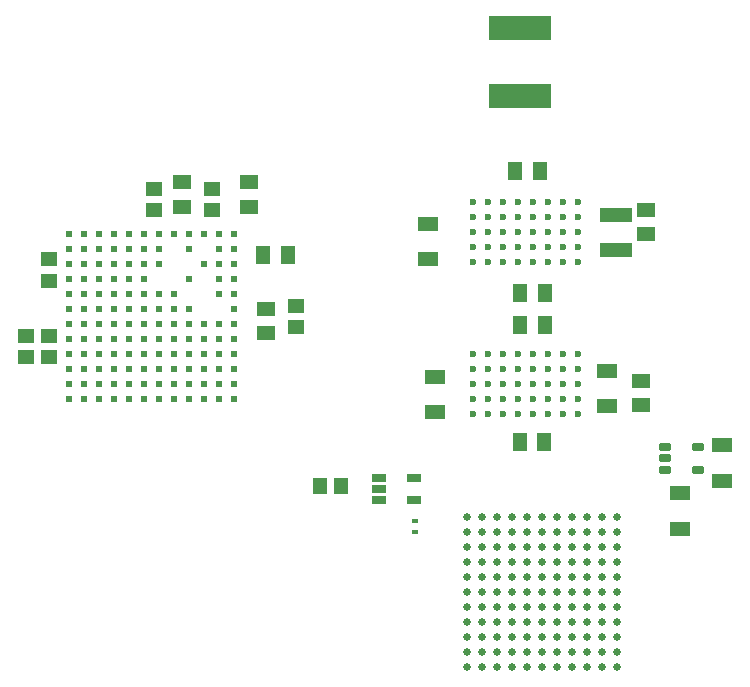
<source format=gbr>
%TF.GenerationSoftware,Altium Limited,Altium Designer,18.0.12 (696)*%
G04 Layer_Color=8421504*
%FSLAX26Y26*%
%MOIN*%
%TF.FileFunction,Paste,Top*%
%TF.Part,Single*%
G01*
G75*
%TA.AperFunction,SMDPad,CuDef*%
%ADD10R,0.057087X0.045276*%
%ADD11R,0.059055X0.049213*%
%TA.AperFunction,BGAPad,CuDef*%
%ADD12C,0.025000*%
%TA.AperFunction,SMDPad,CuDef*%
%ADD13R,0.106299X0.045276*%
%ADD14R,0.070866X0.045276*%
%ADD15R,0.208661X0.078740*%
G04:AMPARAMS|DCode=16|XSize=23.622mil|YSize=39.37mil|CornerRadius=2.008mil|HoleSize=0mil|Usage=FLASHONLY|Rotation=90.000|XOffset=0mil|YOffset=0mil|HoleType=Round|Shape=RoundedRectangle|*
%AMROUNDEDRECTD16*
21,1,0.023622,0.035354,0,0,90.0*
21,1,0.019606,0.039370,0,0,90.0*
1,1,0.004016,0.017677,0.009803*
1,1,0.004016,0.017677,-0.009803*
1,1,0.004016,-0.017677,-0.009803*
1,1,0.004016,-0.017677,0.009803*
%
%ADD16ROUNDEDRECTD16*%
%ADD17R,0.049213X0.059055*%
%TA.AperFunction,BGAPad,CuDef*%
%ADD18C,0.023622*%
%TA.AperFunction,SMDPad,CuDef*%
G04:AMPARAMS|DCode=19|XSize=25.591mil|YSize=47.244mil|CornerRadius=1.919mil|HoleSize=0mil|Usage=FLASHONLY|Rotation=90.000|XOffset=0mil|YOffset=0mil|HoleType=Round|Shape=RoundedRectangle|*
%AMROUNDEDRECTD19*
21,1,0.025591,0.043406,0,0,90.0*
21,1,0.021752,0.047244,0,0,90.0*
1,1,0.003839,0.021703,0.010876*
1,1,0.003839,0.021703,-0.010876*
1,1,0.003839,-0.021703,-0.010876*
1,1,0.003839,-0.021703,0.010876*
%
%ADD19ROUNDEDRECTD19*%
%ADD20R,0.021654X0.017716*%
%ADD21R,0.045276X0.057087*%
%TA.AperFunction,BGAPad,CuDef*%
%ADD22R,0.024803X0.024803*%
D10*
X990000Y1284567D02*
D03*
Y1355433D02*
D03*
X165000Y1439567D02*
D03*
Y1510433D02*
D03*
X90000Y1255433D02*
D03*
Y1184567D02*
D03*
X165000D02*
D03*
Y1255433D02*
D03*
X516000Y1673567D02*
D03*
Y1744433D02*
D03*
X709000Y1674567D02*
D03*
Y1745433D02*
D03*
D11*
X831000Y1684661D02*
D03*
Y1767339D02*
D03*
X2155000Y1593661D02*
D03*
Y1676339D02*
D03*
X2140000Y1023661D02*
D03*
Y1106339D02*
D03*
X890000Y1263661D02*
D03*
Y1346339D02*
D03*
X608000Y1685661D02*
D03*
Y1768339D02*
D03*
D12*
X1559000Y652000D02*
D03*
X1609000D02*
D03*
X1659000D02*
D03*
X1709000D02*
D03*
X1759000D02*
D03*
X1809000D02*
D03*
X1859000D02*
D03*
X1909000D02*
D03*
X1959000D02*
D03*
X2009000D02*
D03*
X2059000D02*
D03*
X1559000Y602000D02*
D03*
X1609000D02*
D03*
X1659000D02*
D03*
X1709000D02*
D03*
X1759000D02*
D03*
X1809000D02*
D03*
X1859000D02*
D03*
X1909000D02*
D03*
X1959000D02*
D03*
X2009000D02*
D03*
X2059000D02*
D03*
X1559000Y552000D02*
D03*
X1609000D02*
D03*
X1659000D02*
D03*
X1709000D02*
D03*
X1759000D02*
D03*
X1809000D02*
D03*
X1859000D02*
D03*
X1909000D02*
D03*
X1959000D02*
D03*
X2009000D02*
D03*
X2059000D02*
D03*
X1559000Y502000D02*
D03*
X1609000D02*
D03*
X1659000D02*
D03*
X1709000D02*
D03*
X1759000D02*
D03*
X1809000D02*
D03*
X1859000D02*
D03*
X1909000D02*
D03*
X1959000D02*
D03*
X2009000D02*
D03*
X2059000D02*
D03*
X1559000Y452000D02*
D03*
X1609000D02*
D03*
X1659000D02*
D03*
X1709000D02*
D03*
X1759000D02*
D03*
X1809000D02*
D03*
X1859000D02*
D03*
X1909000D02*
D03*
X1959000D02*
D03*
X2009000D02*
D03*
X2059000D02*
D03*
X1559000Y402000D02*
D03*
X1609000D02*
D03*
X1659000D02*
D03*
X1709000D02*
D03*
X1759000D02*
D03*
X1809000D02*
D03*
X1859000D02*
D03*
X1909000D02*
D03*
X1959000D02*
D03*
X2009000D02*
D03*
X2059000D02*
D03*
X1559000Y352000D02*
D03*
X1609000D02*
D03*
X1659000D02*
D03*
X1709000D02*
D03*
X1759000D02*
D03*
X1809000D02*
D03*
X1859000D02*
D03*
X1909000D02*
D03*
X1959000D02*
D03*
X2009000D02*
D03*
X2059000D02*
D03*
X1559000Y302000D02*
D03*
X1609000D02*
D03*
X1659000D02*
D03*
X1709000D02*
D03*
X1759000D02*
D03*
X1809000D02*
D03*
X1859000D02*
D03*
X1909000D02*
D03*
X1959000D02*
D03*
X2009000D02*
D03*
X2059000D02*
D03*
X1559000Y252000D02*
D03*
X1609000D02*
D03*
X1659000D02*
D03*
X1709000D02*
D03*
X1759000D02*
D03*
X1809000D02*
D03*
X1859000D02*
D03*
X1909000D02*
D03*
X1959000D02*
D03*
X2009000D02*
D03*
X2059000D02*
D03*
X1559000Y202000D02*
D03*
X1609000D02*
D03*
X1659000D02*
D03*
X1709000D02*
D03*
X1759000D02*
D03*
X1809000D02*
D03*
X1859000D02*
D03*
X1909000D02*
D03*
X1959000D02*
D03*
X2009000D02*
D03*
X2059000D02*
D03*
X1559000Y152000D02*
D03*
X1609000D02*
D03*
X1659000D02*
D03*
X1709000D02*
D03*
X1759000D02*
D03*
X1809000D02*
D03*
X1859000D02*
D03*
X1909000D02*
D03*
X1959000D02*
D03*
X2009000D02*
D03*
X2059000D02*
D03*
D13*
X2055000Y1659055D02*
D03*
Y1540945D02*
D03*
D14*
X1430000Y1629055D02*
D03*
Y1510945D02*
D03*
X2268740Y613134D02*
D03*
Y731244D02*
D03*
X2408740Y772189D02*
D03*
Y890299D02*
D03*
X2025000Y1020945D02*
D03*
Y1139055D02*
D03*
X1453000Y999945D02*
D03*
Y1118055D02*
D03*
D15*
X1736000Y2054827D02*
D03*
Y2283173D02*
D03*
D16*
X2327874Y884591D02*
D03*
Y809788D02*
D03*
X2219606D02*
D03*
Y847189D02*
D03*
Y884591D02*
D03*
D17*
X1718661Y1805000D02*
D03*
X1801339D02*
D03*
X1734661Y1397000D02*
D03*
X1817339D02*
D03*
X1733661Y900000D02*
D03*
X1816339D02*
D03*
X1735661Y1292000D02*
D03*
X1818339D02*
D03*
X878661Y1525000D02*
D03*
X961339D02*
D03*
D18*
X1930000Y1700000D02*
D03*
Y1650000D02*
D03*
Y1600000D02*
D03*
Y1550000D02*
D03*
Y1500000D02*
D03*
X1880000Y1700000D02*
D03*
Y1650000D02*
D03*
Y1600000D02*
D03*
Y1550000D02*
D03*
Y1500000D02*
D03*
X1830000Y1700000D02*
D03*
Y1650000D02*
D03*
Y1600000D02*
D03*
Y1550000D02*
D03*
Y1500000D02*
D03*
X1780000Y1700000D02*
D03*
Y1650000D02*
D03*
Y1600000D02*
D03*
Y1550000D02*
D03*
Y1500000D02*
D03*
X1730000Y1700000D02*
D03*
Y1650000D02*
D03*
Y1600000D02*
D03*
Y1550000D02*
D03*
Y1500000D02*
D03*
X1680000Y1700000D02*
D03*
Y1650000D02*
D03*
Y1600000D02*
D03*
Y1550000D02*
D03*
Y1500000D02*
D03*
X1630000Y1700000D02*
D03*
Y1650000D02*
D03*
Y1600000D02*
D03*
Y1550000D02*
D03*
Y1500000D02*
D03*
X1580000Y1700000D02*
D03*
Y1650000D02*
D03*
Y1600000D02*
D03*
Y1550000D02*
D03*
Y1500000D02*
D03*
X1930000Y1195000D02*
D03*
Y1145000D02*
D03*
Y1095000D02*
D03*
Y1045000D02*
D03*
Y995000D02*
D03*
X1880000Y1195000D02*
D03*
Y1145000D02*
D03*
Y1095000D02*
D03*
Y1045000D02*
D03*
Y995000D02*
D03*
X1830000Y1195000D02*
D03*
Y1145000D02*
D03*
Y1095000D02*
D03*
Y1045000D02*
D03*
Y995000D02*
D03*
X1780000Y1195000D02*
D03*
Y1145000D02*
D03*
Y1095000D02*
D03*
Y1045000D02*
D03*
Y995000D02*
D03*
X1730000Y1195000D02*
D03*
Y1145000D02*
D03*
Y1095000D02*
D03*
Y1045000D02*
D03*
Y995000D02*
D03*
X1680000Y1195000D02*
D03*
Y1145000D02*
D03*
Y1095000D02*
D03*
Y1045000D02*
D03*
Y995000D02*
D03*
X1630000Y1195000D02*
D03*
Y1145000D02*
D03*
Y1095000D02*
D03*
Y1045000D02*
D03*
Y995000D02*
D03*
X1580000Y1195000D02*
D03*
Y1145000D02*
D03*
Y1095000D02*
D03*
Y1045000D02*
D03*
Y995000D02*
D03*
D19*
X1265929Y781402D02*
D03*
Y744000D02*
D03*
Y706598D02*
D03*
X1382071D02*
D03*
Y781402D02*
D03*
D20*
X1384000Y637717D02*
D03*
Y602284D02*
D03*
D21*
X1139433Y755000D02*
D03*
X1068567D02*
D03*
D22*
X233000Y1596000D02*
D03*
X283000D02*
D03*
X333000D02*
D03*
X383000D02*
D03*
X433000D02*
D03*
X483000D02*
D03*
X533000D02*
D03*
X583000D02*
D03*
X633000D02*
D03*
X683000D02*
D03*
X733000D02*
D03*
X783000D02*
D03*
X233000Y1546000D02*
D03*
X283000D02*
D03*
X333000D02*
D03*
X383000D02*
D03*
X433000D02*
D03*
X483000D02*
D03*
X533000D02*
D03*
X633000D02*
D03*
X733000D02*
D03*
X783000D02*
D03*
X233000Y1496000D02*
D03*
X283000D02*
D03*
X333000D02*
D03*
X383000D02*
D03*
X433000D02*
D03*
X483000D02*
D03*
X533000D02*
D03*
X683000D02*
D03*
X733000D02*
D03*
X783000D02*
D03*
X233000Y1446000D02*
D03*
X283000D02*
D03*
X333000D02*
D03*
X383000D02*
D03*
X433000D02*
D03*
X483000D02*
D03*
X633000D02*
D03*
X733000D02*
D03*
X783000D02*
D03*
X233000Y1396000D02*
D03*
X283000D02*
D03*
X333000D02*
D03*
X383000D02*
D03*
X433000D02*
D03*
X483000D02*
D03*
X533000D02*
D03*
X583000D02*
D03*
X733000D02*
D03*
X783000D02*
D03*
X233000Y1346000D02*
D03*
X283000D02*
D03*
X333000D02*
D03*
X383000D02*
D03*
X433000D02*
D03*
X483000D02*
D03*
X533000D02*
D03*
X583000D02*
D03*
X633000D02*
D03*
X783000D02*
D03*
X233000Y1296000D02*
D03*
X283000D02*
D03*
X333000D02*
D03*
X383000D02*
D03*
X433000D02*
D03*
X483000D02*
D03*
X533000D02*
D03*
X583000D02*
D03*
X633000D02*
D03*
X683000D02*
D03*
X733000D02*
D03*
X783000D02*
D03*
X233000Y1246000D02*
D03*
X283000D02*
D03*
X333000D02*
D03*
X383000D02*
D03*
X433000D02*
D03*
X483000D02*
D03*
X533000D02*
D03*
X583000D02*
D03*
X633000D02*
D03*
X683000D02*
D03*
X733000D02*
D03*
X783000D02*
D03*
X233000Y1196000D02*
D03*
X283000D02*
D03*
X333000D02*
D03*
X383000D02*
D03*
X433000D02*
D03*
X483000D02*
D03*
X533000D02*
D03*
X583000D02*
D03*
X633000D02*
D03*
X683000D02*
D03*
X733000D02*
D03*
X783000D02*
D03*
X233000Y1146000D02*
D03*
X283000D02*
D03*
X333000D02*
D03*
X383000D02*
D03*
X433000D02*
D03*
X483000D02*
D03*
X533000D02*
D03*
X583000D02*
D03*
X633000D02*
D03*
X683000D02*
D03*
X733000D02*
D03*
X783000D02*
D03*
X233000Y1096000D02*
D03*
X283000D02*
D03*
X333000D02*
D03*
X383000D02*
D03*
X433000D02*
D03*
X483000D02*
D03*
X533000D02*
D03*
X583000D02*
D03*
X633000D02*
D03*
X683000D02*
D03*
X733000D02*
D03*
X783000D02*
D03*
X233000Y1046000D02*
D03*
X283000D02*
D03*
X333000D02*
D03*
X383000D02*
D03*
X433000D02*
D03*
X483000D02*
D03*
X533000D02*
D03*
X583000D02*
D03*
X633000D02*
D03*
X683000D02*
D03*
X733000D02*
D03*
X783000D02*
D03*
%TF.MD5,98bee1ac5cb76e785060a89b15397d6f*%
M02*

</source>
